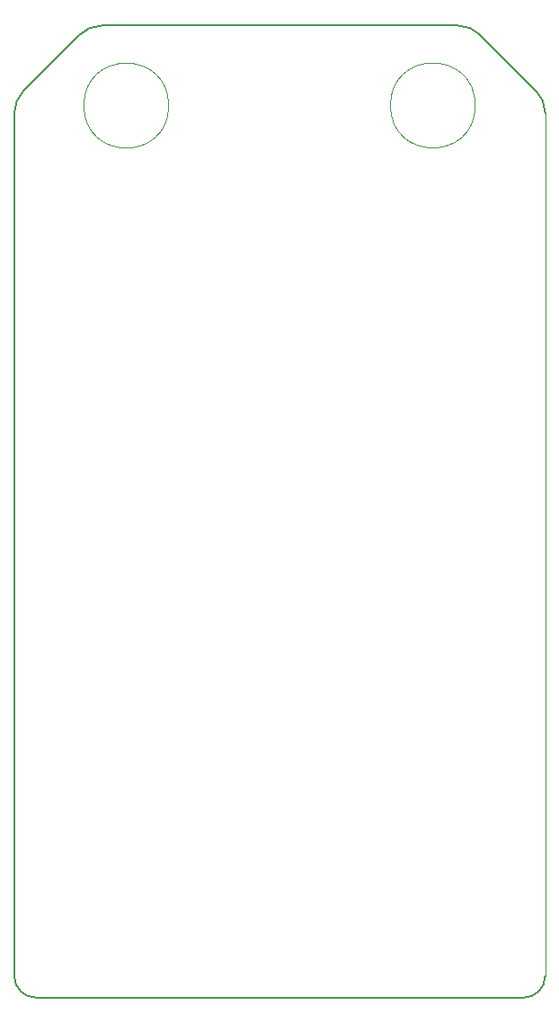
<source format=gm1>
G04 #@! TF.GenerationSoftware,KiCad,Pcbnew,(6.0.9)*
G04 #@! TF.CreationDate,2022-12-03T16:12:52+01:00*
G04 #@! TF.ProjectId,ray-rounded,7261792d-726f-4756-9e64-65642e6b6963,rev?*
G04 #@! TF.SameCoordinates,Original*
G04 #@! TF.FileFunction,Profile,NP*
%FSLAX46Y46*%
G04 Gerber Fmt 4.6, Leading zero omitted, Abs format (unit mm)*
G04 Created by KiCad (PCBNEW (6.0.9)) date 2022-12-03 16:12:52*
%MOMM*%
%LPD*%
G01*
G04 APERTURE LIST*
G04 #@! TA.AperFunction,Profile*
%ADD10C,0.200000*%
G04 #@! TD*
G04 #@! TA.AperFunction,Profile*
%ADD11C,0.100000*%
G04 #@! TD*
G04 #@! TA.AperFunction,Profile*
%ADD12C,0.120000*%
G04 #@! TD*
G04 APERTURE END LIST*
D10*
X97551800Y-152826400D02*
X143551800Y-152826400D01*
X96430501Y-67397742D02*
G75*
G03*
X95551800Y-69519040I2121099J-2121258D01*
G01*
X103794441Y-61276416D02*
G75*
G03*
X101673120Y-62155079I59J-3000184D01*
G01*
X95551800Y-150826400D02*
G75*
G03*
X97551800Y-152826400I2000000J0D01*
G01*
X95551800Y-69519040D02*
X95551800Y-150826400D01*
X101673120Y-62155079D02*
X96430479Y-67397720D01*
X145551783Y-69519040D02*
G75*
G03*
X144673120Y-67397720I-3000183J-60D01*
G01*
X144673120Y-67397720D02*
X139430479Y-62155079D01*
X139430458Y-62155100D02*
G75*
G03*
X137309159Y-61276400I-2121258J-2121100D01*
G01*
D11*
X145551800Y-69519040D02*
X145551800Y-150826400D01*
D10*
X137309159Y-61276400D02*
X103794441Y-61276400D01*
X143551800Y-152826400D02*
G75*
G03*
X145551800Y-150826400I0J2000000D01*
G01*
D12*
X138974593Y-68804089D02*
G75*
G03*
X138974593Y-68804089I-4000000J0D01*
G01*
X110092866Y-68815523D02*
G75*
G03*
X110092866Y-68815523I-4000000J0D01*
G01*
M02*

</source>
